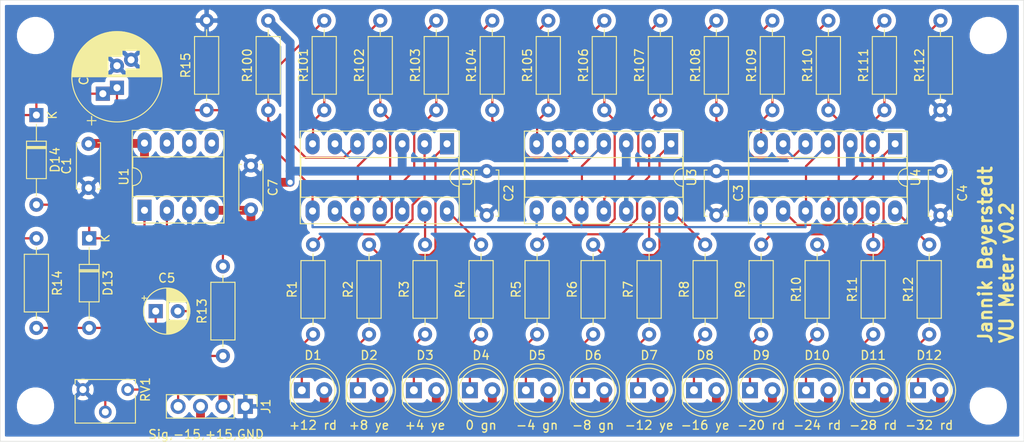
<source format=kicad_pcb>
(kicad_pcb (version 20171130) (host pcbnew "(5.1.10-1-10_14)")
  (title_block (title "VU Meter Module") (date 2020-12-06) (rev v0.2) (company "Jannik Beyerstedt") (comment 1 "Fixed Prototype"))
  (layers (0 F.Cu signal) (31 B.Cu signal) (34 B.Paste user) (35 F.Paste user) (36 B.SilkS user) (37 F.SilkS user) (38 B.Mask user) (39 F.Mask user) (44 Edge.Cuts user))
  (net 0 "")
  (net 1 +15V)
  (net 2 "Net-(C5-Pad2)")
  (net 3 "Net-(C5-Pad1)")
  (net 4 "Net-(C6-Pad1)")
  (net 5 "Net-(D1-Pad1)")
  (net 6 "Net-(D2-Pad1)")
  (net 7 "Net-(D3-Pad1)")
  (net 8 "Net-(D4-Pad1)")
  (net 9 "Net-(D5-Pad1)")
  (net 10 "Net-(D6-Pad1)")
  (net 11 "Net-(D7-Pad1)")
  (net 12 "Net-(D8-Pad1)")
  (net 13 "Net-(D9-Pad1)")
  (net 14 "Net-(D10-Pad1)")
  (net 15 "Net-(D11-Pad1)")
  (net 16 "Net-(D12-Pad1)")
  (net 17 "Net-(D13-Pad2)")
  (net 18 "Net-(D13-Pad1)")
  (net 19 "Net-(R1-Pad2)")
  (net 20 "Net-(R2-Pad2)")
  (net 21 "Net-(R3-Pad2)")
  (net 22 "Net-(R4-Pad2)")
  (net 23 "Net-(R5-Pad2)")
  (net 24 "Net-(R6-Pad2)")
  (net 25 "Net-(R7-Pad2)")
  (net 26 "Net-(R8-Pad2)")
  (net 27 "Net-(R9-Pad2)")
  (net 28 "Net-(R10-Pad2)")
  (net 29 "Net-(R11-Pad2)")
  (net 30 "Net-(R12-Pad2)")
  (net 31 "Net-(R100-Pad1)")
  (net 32 "Net-(R101-Pad1)")
  (net 33 "Net-(R102-Pad1)")
  (net 34 "Net-(R103-Pad1)")
  (net 35 "Net-(R104-Pad1)")
  (net 36 "Net-(R105-Pad1)")
  (net 37 "Net-(R106-Pad1)")
  (net 38 "Net-(R107-Pad1)")
  (net 39 "Net-(R108-Pad1)")
  (net 40 "Net-(R109-Pad1)")
  (net 41 "Net-(R110-Pad1)")
  (net 42 "Net-(R111-Pad1)")
  (net 43 Line_Input)
  (net 44 -15V)
  (net 45 GND)
  (module Potentiometer_THT:Potentiometer_Vishay_T73XX_Horizontal (layer F.Cu) (at 44.45 64.135 270)
    (fp_text reference RV1 (at 0 -2.01 90) (layer F.SilkS))
    (fp_text value 50K)
    (pad 1 thru_hole circle (at 0 0 270) (size 1.44 1.44) (drill 0.8) (layers *.Cu *.Mask) (net 43 Line_Input))
    (pad 2 thru_hole circle (at 2.54 2.54 270) (size 1.44 1.44) (drill 0.8) (layers *.Cu *.Mask) (net 3 "Net-(C5-Pad1)"))
    (pad 3 thru_hole circle (at 0 5.08 270) (size 1.44 1.44) (drill 0.8) (layers *.Cu *.Mask) (net 45 GND))
  )
  (module Connector_PinHeader_2.54mm:PinHeader_1x04_P2.54mm_Vertical (layer F.Cu) (at 57.785 66.04 270)
    (fp_text reference J1 (at 0 -2.33 90) (layer F.SilkS))
    (fp_text value Pwr_Signal)
    (pad 4 thru_hole oval (at 0 7.62 270) (size 1.7 1.7) (drill 1) (layers *.Cu *.Mask) (net 43 Line_Input))
    (pad 3 thru_hole oval (at 0 5.08 270) (size 1.7 1.7) (drill 1) (layers *.Cu *.Mask) (net 1 +15V))
    (pad 2 thru_hole oval (at 0 2.54 270) (size 1.7 1.7) (drill 1) (layers *.Cu *.Mask) (net 44 -15V))
    (pad 1 thru_hole rect (at 0 0 270) (size 1.7 1.7) (drill 1) (layers *.Cu *.Mask) (net 45 GND))
  )
  (module Capacitor_THT:C_Disc_D5.0mm_W2.5mm_P5.00mm (layer F.Cu) (at 58.42 38.735 270)
    (fp_text reference C7 (at 2.5 -2.5 90) (layer F.SilkS))
    (fp_text value 100nF)
    (pad 2 thru_hole circle (at 5 0 270) (size 1.6 1.6) (drill 0.8) (layers *.Cu *.Mask) (net 44 -15V))
    (pad 1 thru_hole circle (at 0 0 270) (size 1.6 1.6) (drill 0.8) (layers *.Cu *.Mask) (net 45 GND))
  )
  (module Capacitor_THT:C_Disc_D5.0mm_W2.5mm_P5.00mm (layer F.Cu) (at 136.58 39.37 270)
    (fp_text reference C4 (at 2.5 -2.5 90) (layer F.SilkS))
    (fp_text value 100nF)
    (pad 2 thru_hole circle (at 5 0 270) (size 1.6 1.6) (drill 0.8) (layers *.Cu *.Mask) (net 45 GND))
    (pad 1 thru_hole circle (at 0 0 270) (size 1.6 1.6) (drill 0.8) (layers *.Cu *.Mask) (net 1 +15V))
  )
  (module Capacitor_THT:C_Disc_D5.0mm_W2.5mm_P5.00mm (layer F.Cu) (at 111.18 39.37 270)
    (fp_text reference C3 (at 2.5 -2.5 90) (layer F.SilkS))
    (fp_text value 100nF)
    (pad 2 thru_hole circle (at 5 0 270) (size 1.6 1.6) (drill 0.8) (layers *.Cu *.Mask) (net 45 GND))
    (pad 1 thru_hole circle (at 0 0 270) (size 1.6 1.6) (drill 0.8) (layers *.Cu *.Mask) (net 1 +15V))
  )
  (module Capacitor_THT:C_Disc_D5.0mm_W2.5mm_P5.00mm (layer F.Cu) (at 85.145 39.37 270)
    (fp_text reference C2 (at 2.5 -2.5 90) (layer F.SilkS))
    (fp_text value 100nF)
    (pad 2 thru_hole circle (at 5 0 270) (size 1.6 1.6) (drill 0.8) (layers *.Cu *.Mask) (net 45 GND))
    (pad 1 thru_hole circle (at 0 0 270) (size 1.6 1.6) (drill 0.8) (layers *.Cu *.Mask) (net 1 +15V))
  )
  (module Capacitor_THT:C_Disc_D5.0mm_W2.5mm_P5.00mm (layer F.Cu) (at 40.005 41.275 90)
    (fp_text reference C1 (at 2.5 -2.5 90) (layer F.SilkS))
    (fp_text value 100nF)
    (pad 2 thru_hole circle (at 5 0 90) (size 1.6 1.6) (drill 0.8) (layers *.Cu *.Mask) (net 1 +15V))
    (pad 1 thru_hole circle (at 0 0 90) (size 1.6 1.6) (drill 0.8) (layers *.Cu *.Mask) (net 45 GND))
  )
  (module MountingHole:MountingHole_3.2mm_M3_ISO14580 (layer F.Cu) (at 34 24)
    (fp_text reference H4 hide)
    (fp_text value MountingHole hide)
    (pad 1 np_thru_hole circle (at 0 0) (size 3.2 3.2) (drill 3.2) (layers *.Cu *.Mask))
  )
  (module MountingHole:MountingHole_3.2mm_M3_ISO14580 (layer F.Cu) (at 142 24)
    (fp_text reference H3 hide)
    (fp_text value MountingHole hide)
    (pad 1 np_thru_hole circle (at 0 0) (size 3.2 3.2) (drill 3.2) (layers *.Cu *.Mask))
  )
  (module MountingHole:MountingHole_3.2mm_M3_ISO14580 (layer F.Cu) (at 142 66)
    (fp_text reference H2 hide)
    (fp_text value MountingHole hide)
    (pad 1 np_thru_hole circle (at 0 0) (size 3.2 3.2) (drill 3.2) (layers *.Cu *.Mask))
  )
  (module MountingHole:MountingHole_3.2mm_M3_ISO14580 (layer F.Cu) (at 34 66)
    (fp_text reference H1 hide)
    (fp_text value MountingHole hide)
    (pad 1 np_thru_hole circle (at 0 0) (size 3.2 3.2) (drill 3.2) (layers *.Cu *.Mask))
  )
  (module Capacitor_THT:CP_Radial_D10.0mm_P2.50mm_P5.00mm (layer F.Cu) (at 43.235 29.925 90)
    (fp_text reference C6 (at 1.25 -3.75 90) (layer F.SilkS))
    (fp_text value 47uF)
    (pad 2 thru_hole circle (at 3.170937 1.6 90) (size 1.6 1.6) (drill 0.8) (layers *.Cu *.Mask) (net 45 GND))
    (pad 1 thru_hole rect (at -0.670937 -1.6 90) (size 1.6 1.6) (drill 0.8) (layers *.Cu *.Mask) (net 4 "Net-(C6-Pad1)"))
    (pad 2 thru_hole circle (at 2.5 0 90) (size 1.6 1.6) (drill 0.8) (layers *.Cu *.Mask) (net 45 GND))
    (pad 1 thru_hole rect (at 0 0 90) (size 1.6 1.6) (drill 0.8) (layers *.Cu *.Mask) (net 4 "Net-(C6-Pad1)"))
  )
  (module Capacitor_THT:CP_Radial_D5.0mm_P2.50mm (layer F.Cu) (at 47.625 55.245)
    (fp_text reference C5 (at 1.25 -3.75) (layer F.SilkS))
    (fp_text value 1uF)
    (pad 2 thru_hole circle (at 2.5 0) (size 1.6 1.6) (drill 0.8) (layers *.Cu *.Mask) (net 2 "Net-(C5-Pad2)"))
    (pad 1 thru_hole rect (at 0 0) (size 1.6 1.6) (drill 0.8) (layers *.Cu *.Mask) (net 3 "Net-(C5-Pad1)"))
  )
  (module Package_DIP:DIP-14_W7.62mm_Socket_LongPads (layer F.Cu) (at 131.445 36.275 270)
    (fp_text reference U4 (at 3.81 -2.33 90) (layer F.SilkS))
    (fp_text value LM339)
    (pad 14 thru_hole oval (at 7.62 0 270) (size 2.4 1.6) (drill 0.8) (layers *.Cu *.Mask) (net 30 "Net-(R12-Pad2)"))
    (pad 7 thru_hole oval (at 0 15.24 270) (size 2.4 1.6) (drill 0.8) (layers *.Cu *.Mask) (net 40 "Net-(R109-Pad1)"))
    (pad 13 thru_hole oval (at 7.62 2.54 270) (size 2.4 1.6) (drill 0.8) (layers *.Cu *.Mask) (net 29 "Net-(R11-Pad2)"))
    (pad 6 thru_hole oval (at 0 12.7 270) (size 2.4 1.6) (drill 0.8) (layers *.Cu *.Mask) (net 4 "Net-(C6-Pad1)"))
    (pad 12 thru_hole oval (at 7.62 5.08 270) (size 2.4 1.6) (drill 0.8) (layers *.Cu *.Mask) (net 45 GND))
    (pad 5 thru_hole oval (at 0 10.16 270) (size 2.4 1.6) (drill 0.8) (layers *.Cu *.Mask) (net 39 "Net-(R108-Pad1)"))
    (pad 11 thru_hole oval (at 7.62 7.62 270) (size 2.4 1.6) (drill 0.8) (layers *.Cu *.Mask) (net 41 "Net-(R110-Pad1)"))
    (pad 4 thru_hole oval (at 0 7.62 270) (size 2.4 1.6) (drill 0.8) (layers *.Cu *.Mask) (net 4 "Net-(C6-Pad1)"))
    (pad 10 thru_hole oval (at 7.62 10.16 270) (size 2.4 1.6) (drill 0.8) (layers *.Cu *.Mask) (net 4 "Net-(C6-Pad1)"))
    (pad 3 thru_hole oval (at 0 5.08 270) (size 2.4 1.6) (drill 0.8) (layers *.Cu *.Mask) (net 1 +15V))
    (pad 9 thru_hole oval (at 7.62 12.7 270) (size 2.4 1.6) (drill 0.8) (layers *.Cu *.Mask) (net 42 "Net-(R111-Pad1)"))
    (pad 2 thru_hole oval (at 0 2.54 270) (size 2.4 1.6) (drill 0.8) (layers *.Cu *.Mask) (net 27 "Net-(R9-Pad2)"))
    (pad 8 thru_hole oval (at 7.62 15.24 270) (size 2.4 1.6) (drill 0.8) (layers *.Cu *.Mask) (net 4 "Net-(C6-Pad1)"))
    (pad 1 thru_hole rect (at 0 0 270) (size 2.4 1.6) (drill 0.8) (layers *.Cu *.Mask) (net 28 "Net-(R10-Pad2)"))
  )
  (module Package_DIP:DIP-14_W7.62mm_Socket_LongPads (layer F.Cu) (at 106.045 36.275 270)
    (fp_text reference U3 (at 3.81 -2.33 90) (layer F.SilkS))
    (fp_text value LM339)
    (pad 14 thru_hole oval (at 7.62 0 270) (size 2.4 1.6) (drill 0.8) (layers *.Cu *.Mask) (net 26 "Net-(R8-Pad2)"))
    (pad 7 thru_hole oval (at 0 15.24 270) (size 2.4 1.6) (drill 0.8) (layers *.Cu *.Mask) (net 36 "Net-(R105-Pad1)"))
    (pad 13 thru_hole oval (at 7.62 2.54 270) (size 2.4 1.6) (drill 0.8) (layers *.Cu *.Mask) (net 25 "Net-(R7-Pad2)"))
    (pad 6 thru_hole oval (at 0 12.7 270) (size 2.4 1.6) (drill 0.8) (layers *.Cu *.Mask) (net 4 "Net-(C6-Pad1)"))
    (pad 12 thru_hole oval (at 7.62 5.08 270) (size 2.4 1.6) (drill 0.8) (layers *.Cu *.Mask) (net 45 GND))
    (pad 5 thru_hole oval (at 0 10.16 270) (size 2.4 1.6) (drill 0.8) (layers *.Cu *.Mask) (net 35 "Net-(R104-Pad1)"))
    (pad 11 thru_hole oval (at 7.62 7.62 270) (size 2.4 1.6) (drill 0.8) (layers *.Cu *.Mask) (net 37 "Net-(R106-Pad1)"))
    (pad 4 thru_hole oval (at 0 7.62 270) (size 2.4 1.6) (drill 0.8) (layers *.Cu *.Mask) (net 4 "Net-(C6-Pad1)"))
    (pad 10 thru_hole oval (at 7.62 10.16 270) (size 2.4 1.6) (drill 0.8) (layers *.Cu *.Mask) (net 4 "Net-(C6-Pad1)"))
    (pad 3 thru_hole oval (at 0 5.08 270) (size 2.4 1.6) (drill 0.8) (layers *.Cu *.Mask) (net 1 +15V))
    (pad 9 thru_hole oval (at 7.62 12.7 270) (size 2.4 1.6) (drill 0.8) (layers *.Cu *.Mask) (net 38 "Net-(R107-Pad1)"))
    (pad 2 thru_hole oval (at 0 2.54 270) (size 2.4 1.6) (drill 0.8) (layers *.Cu *.Mask) (net 23 "Net-(R5-Pad2)"))
    (pad 8 thru_hole oval (at 7.62 15.24 270) (size 2.4 1.6) (drill 0.8) (layers *.Cu *.Mask) (net 4 "Net-(C6-Pad1)"))
    (pad 1 thru_hole rect (at 0 0 270) (size 2.4 1.6) (drill 0.8) (layers *.Cu *.Mask) (net 24 "Net-(R6-Pad2)"))
  )
  (module Package_DIP:DIP-14_W7.62mm_Socket_LongPads (layer F.Cu) (at 80.645 36.275 270)
    (fp_text reference U2 (at 3.81 -2.33 90) (layer F.SilkS))
    (fp_text value LM339)
    (pad 14 thru_hole oval (at 7.62 0 270) (size 2.4 1.6) (drill 0.8) (layers *.Cu *.Mask) (net 22 "Net-(R4-Pad2)"))
    (pad 7 thru_hole oval (at 0 15.24 270) (size 2.4 1.6) (drill 0.8) (layers *.Cu *.Mask) (net 32 "Net-(R101-Pad1)"))
    (pad 13 thru_hole oval (at 7.62 2.54 270) (size 2.4 1.6) (drill 0.8) (layers *.Cu *.Mask) (net 21 "Net-(R3-Pad2)"))
    (pad 6 thru_hole oval (at 0 12.7 270) (size 2.4 1.6) (drill 0.8) (layers *.Cu *.Mask) (net 4 "Net-(C6-Pad1)"))
    (pad 12 thru_hole oval (at 7.62 5.08 270) (size 2.4 1.6) (drill 0.8) (layers *.Cu *.Mask) (net 45 GND))
    (pad 5 thru_hole oval (at 0 10.16 270) (size 2.4 1.6) (drill 0.8) (layers *.Cu *.Mask) (net 31 "Net-(R100-Pad1)"))
    (pad 11 thru_hole oval (at 7.62 7.62 270) (size 2.4 1.6) (drill 0.8) (layers *.Cu *.Mask) (net 33 "Net-(R102-Pad1)"))
    (pad 4 thru_hole oval (at 0 7.62 270) (size 2.4 1.6) (drill 0.8) (layers *.Cu *.Mask) (net 4 "Net-(C6-Pad1)"))
    (pad 10 thru_hole oval (at 7.62 10.16 270) (size 2.4 1.6) (drill 0.8) (layers *.Cu *.Mask) (net 4 "Net-(C6-Pad1)"))
    (pad 3 thru_hole oval (at 0 5.08 270) (size 2.4 1.6) (drill 0.8) (layers *.Cu *.Mask) (net 1 +15V))
    (pad 9 thru_hole oval (at 7.62 12.7 270) (size 2.4 1.6) (drill 0.8) (layers *.Cu *.Mask) (net 34 "Net-(R103-Pad1)"))
    (pad 2 thru_hole oval (at 0 2.54 270) (size 2.4 1.6) (drill 0.8) (layers *.Cu *.Mask) (net 19 "Net-(R1-Pad2)"))
    (pad 8 thru_hole oval (at 7.62 15.24 270) (size 2.4 1.6) (drill 0.8) (layers *.Cu *.Mask) (net 4 "Net-(C6-Pad1)"))
    (pad 1 thru_hole rect (at 0 0 270) (size 2.4 1.6) (drill 0.8) (layers *.Cu *.Mask) (net 20 "Net-(R2-Pad2)"))
  )
  (module Package_DIP:DIP-8_W7.62mm_Socket_LongPads (layer F.Cu) (at 46.355 43.815 90)
    (fp_text reference U1 (at 3.81 -2.33 90) (layer F.SilkS))
    (fp_text value LM833N)
    (pad 8 thru_hole oval (at 7.62 0 90) (size 2.4 1.6) (drill 0.8) (layers *.Cu *.Mask) (net 1 +15V))
    (pad 4 thru_hole oval (at 0 7.62 90) (size 2.4 1.6) (drill 0.8) (layers *.Cu *.Mask) (net 44 -15V))
    (pad 7 thru_hole oval (at 7.62 2.54 90) (size 2.4 1.6) (drill 0.8) (layers *.Cu *.Mask))
    (pad 3 thru_hole oval (at 0 5.08 90) (size 2.4 1.6) (drill 0.8) (layers *.Cu *.Mask) (net 45 GND))
    (pad 6 thru_hole oval (at 7.62 5.08 90) (size 2.4 1.6) (drill 0.8) (layers *.Cu *.Mask))
    (pad 2 thru_hole oval (at 0 2.54 90) (size 2.4 1.6) (drill 0.8) (layers *.Cu *.Mask) (net 17 "Net-(D13-Pad2)"))
    (pad 5 thru_hole oval (at 7.62 7.62 90) (size 2.4 1.6) (drill 0.8) (layers *.Cu *.Mask))
    (pad 1 thru_hole rect (at 0 0 90) (size 2.4 1.6) (drill 0.8) (layers *.Cu *.Mask) (net 18 "Net-(D13-Pad1)"))
  )
  (module Resistor_THT:R_Axial_DIN0207_L6.3mm_D2.5mm_P10.16mm_Horizontal (layer F.Cu) (at 136.58 32.465 90)
    (fp_text reference R112 (at 5.08 -2.37 90) (layer F.SilkS))
    (fp_text value 68R)
    (pad 2 thru_hole oval (at 10.16 0 90) (size 1.6 1.6) (drill 0.8) (layers *.Cu *.Mask) (net 42 "Net-(R111-Pad1)"))
    (pad 1 thru_hole circle (at 0 0 90) (size 1.6 1.6) (drill 0.8) (layers *.Cu *.Mask) (net 45 GND))
  )
  (module Resistor_THT:R_Axial_DIN0207_L6.3mm_D2.5mm_P10.16mm_Horizontal (layer F.Cu) (at 130.23 32.465 90)
    (fp_text reference R111 (at 5.08 -2.37 90) (layer F.SilkS))
    (fp_text value 39R)
    (pad 2 thru_hole oval (at 10.16 0 90) (size 1.6 1.6) (drill 0.8) (layers *.Cu *.Mask) (net 41 "Net-(R110-Pad1)"))
    (pad 1 thru_hole circle (at 0 0 90) (size 1.6 1.6) (drill 0.8) (layers *.Cu *.Mask) (net 42 "Net-(R111-Pad1)"))
  )
  (module Resistor_THT:R_Axial_DIN0207_L6.3mm_D2.5mm_P10.16mm_Horizontal (layer F.Cu) (at 123.88 32.465 90)
    (fp_text reference R110 (at 5.08 -2.37 90) (layer F.SilkS))
    (fp_text value 68R)
    (pad 2 thru_hole oval (at 10.16 0 90) (size 1.6 1.6) (drill 0.8) (layers *.Cu *.Mask) (net 40 "Net-(R109-Pad1)"))
    (pad 1 thru_hole circle (at 0 0 90) (size 1.6 1.6) (drill 0.8) (layers *.Cu *.Mask) (net 41 "Net-(R110-Pad1)"))
  )
  (module Resistor_THT:R_Axial_DIN0207_L6.3mm_D2.5mm_P10.16mm_Horizontal (layer F.Cu) (at 117.53 32.465 90)
    (fp_text reference R109 (at 5.08 -2.37 90) (layer F.SilkS))
    (fp_text value 100R)
    (pad 2 thru_hole oval (at 10.16 0 90) (size 1.6 1.6) (drill 0.8) (layers *.Cu *.Mask) (net 39 "Net-(R108-Pad1)"))
    (pad 1 thru_hole circle (at 0 0 90) (size 1.6 1.6) (drill 0.8) (layers *.Cu *.Mask) (net 40 "Net-(R109-Pad1)"))
  )
  (module Resistor_THT:R_Axial_DIN0207_L6.3mm_D2.5mm_P10.16mm_Horizontal (layer F.Cu) (at 111.18 32.465 90)
    (fp_text reference R108 (at 5.08 -2.37 90) (layer F.SilkS))
    (fp_text value 150R)
    (pad 2 thru_hole oval (at 10.16 0 90) (size 1.6 1.6) (drill 0.8) (layers *.Cu *.Mask) (net 38 "Net-(R107-Pad1)"))
    (pad 1 thru_hole circle (at 0 0 90) (size 1.6 1.6) (drill 0.8) (layers *.Cu *.Mask) (net 39 "Net-(R108-Pad1)"))
  )
  (module Resistor_THT:R_Axial_DIN0207_L6.3mm_D2.5mm_P10.16mm_Horizontal (layer F.Cu) (at 104.83 32.465 90)
    (fp_text reference R107 (at 5.08 -2.37 90) (layer F.SilkS))
    (fp_text value 270R)
    (pad 2 thru_hole oval (at 10.16 0 90) (size 1.6 1.6) (drill 0.8) (layers *.Cu *.Mask) (net 37 "Net-(R106-Pad1)"))
    (pad 1 thru_hole circle (at 0 0 90) (size 1.6 1.6) (drill 0.8) (layers *.Cu *.Mask) (net 38 "Net-(R107-Pad1)"))
  )
  (module Resistor_THT:R_Axial_DIN0207_L6.3mm_D2.5mm_P10.16mm_Horizontal (layer F.Cu) (at 98.48 32.465 90)
    (fp_text reference R106 (at 5.08 -2.37 90) (layer F.SilkS))
    (fp_text value 390R)
    (pad 2 thru_hole oval (at 10.16 0 90) (size 1.6 1.6) (drill 0.8) (layers *.Cu *.Mask) (net 36 "Net-(R105-Pad1)"))
    (pad 1 thru_hole circle (at 0 0 90) (size 1.6 1.6) (drill 0.8) (layers *.Cu *.Mask) (net 37 "Net-(R106-Pad1)"))
  )
  (module Resistor_THT:R_Axial_DIN0207_L6.3mm_D2.5mm_P10.16mm_Horizontal (layer F.Cu) (at 92.13 32.465 90)
    (fp_text reference R105 (at 5.08 -2.37 90) (layer F.SilkS))
    (fp_text value 680R)
    (pad 2 thru_hole oval (at 10.16 0 90) (size 1.6 1.6) (drill 0.8) (layers *.Cu *.Mask) (net 35 "Net-(R104-Pad1)"))
    (pad 1 thru_hole circle (at 0 0 90) (size 1.6 1.6) (drill 0.8) (layers *.Cu *.Mask) (net 36 "Net-(R105-Pad1)"))
  )
  (module Resistor_THT:R_Axial_DIN0207_L6.3mm_D2.5mm_P10.16mm_Horizontal (layer F.Cu) (at 85.78 32.465 90)
    (fp_text reference R104 (at 5.08 -2.37 90) (layer F.SilkS))
    (fp_text value 1K)
    (pad 2 thru_hole oval (at 10.16 0 90) (size 1.6 1.6) (drill 0.8) (layers *.Cu *.Mask) (net 34 "Net-(R103-Pad1)"))
    (pad 1 thru_hole circle (at 0 0 90) (size 1.6 1.6) (drill 0.8) (layers *.Cu *.Mask) (net 35 "Net-(R104-Pad1)"))
  )
  (module Resistor_THT:R_Axial_DIN0207_L6.3mm_D2.5mm_P10.16mm_Horizontal (layer F.Cu) (at 79.43 32.465 90)
    (fp_text reference R103 (at 5.08 -2.37 90) (layer F.SilkS))
    (fp_text value 1.5K)
    (pad 2 thru_hole oval (at 10.16 0 90) (size 1.6 1.6) (drill 0.8) (layers *.Cu *.Mask) (net 33 "Net-(R102-Pad1)"))
    (pad 1 thru_hole circle (at 0 0 90) (size 1.6 1.6) (drill 0.8) (layers *.Cu *.Mask) (net 34 "Net-(R103-Pad1)"))
  )
  (module Resistor_THT:R_Axial_DIN0207_L6.3mm_D2.5mm_P10.16mm_Horizontal (layer F.Cu) (at 73.08 32.465 90)
    (fp_text reference R102 (at 5.08 -2.37 90) (layer F.SilkS))
    (fp_text value 2.7K)
    (pad 2 thru_hole oval (at 10.16 0 90) (size 1.6 1.6) (drill 0.8) (layers *.Cu *.Mask) (net 32 "Net-(R101-Pad1)"))
    (pad 1 thru_hole circle (at 0 0 90) (size 1.6 1.6) (drill 0.8) (layers *.Cu *.Mask) (net 33 "Net-(R102-Pad1)"))
  )
  (module Resistor_THT:R_Axial_DIN0207_L6.3mm_D2.5mm_P10.16mm_Horizontal (layer F.Cu) (at 66.73 32.465 90)
    (fp_text reference R101 (at 5.08 -2.37 90) (layer F.SilkS))
    (fp_text value 3.9K)
    (pad 2 thru_hole oval (at 10.16 0 90) (size 1.6 1.6) (drill 0.8) (layers *.Cu *.Mask) (net 31 "Net-(R100-Pad1)"))
    (pad 1 thru_hole circle (at 0 0 90) (size 1.6 1.6) (drill 0.8) (layers *.Cu *.Mask) (net 32 "Net-(R101-Pad1)"))
  )
  (module Resistor_THT:R_Axial_DIN0207_L6.3mm_D2.5mm_P10.16mm_Horizontal (layer F.Cu) (at 60.38 32.465 90)
    (fp_text reference R100 (at 5.08 -2.37 90) (layer F.SilkS))
    (fp_text value 2.7K)
    (pad 2 thru_hole oval (at 10.16 0 90) (size 1.6 1.6) (drill 0.8) (layers *.Cu *.Mask) (net 1 +15V))
    (pad 1 thru_hole circle (at 0 0 90) (size 1.6 1.6) (drill 0.8) (layers *.Cu *.Mask) (net 31 "Net-(R100-Pad1)"))
  )
  (module Resistor_THT:R_Axial_DIN0207_L6.3mm_D2.5mm_P10.16mm_Horizontal (layer F.Cu) (at 53.395 32.465 90)
    (fp_text reference R15 (at 5.08 -2.37 90) (layer F.SilkS))
    (fp_text value 100K)
    (pad 2 thru_hole oval (at 10.16 0 90) (size 1.6 1.6) (drill 0.8) (layers *.Cu *.Mask) (net 45 GND))
    (pad 1 thru_hole circle (at 0 0 90) (size 1.6 1.6) (drill 0.8) (layers *.Cu *.Mask) (net 4 "Net-(C6-Pad1)"))
  )
  (module Resistor_THT:R_Axial_DIN0207_L6.3mm_D2.5mm_P10.16mm_Horizontal (layer F.Cu) (at 34.1 46.99 270)
    (fp_text reference R14 (at 5.08 -2.37 90) (layer F.SilkS))
    (fp_text value 3.9K)
    (pad 2 thru_hole oval (at 10.16 0 270) (size 1.6 1.6) (drill 0.8) (layers *.Cu *.Mask) (net 17 "Net-(D13-Pad2)"))
    (pad 1 thru_hole circle (at 0 0 270) (size 1.6 1.6) (drill 0.8) (layers *.Cu *.Mask) (net 4 "Net-(C6-Pad1)"))
  )
  (module Resistor_THT:R_Axial_DIN0207_L6.3mm_D2.5mm_P10.16mm_Horizontal (layer F.Cu) (at 55.245 60.325 90)
    (fp_text reference R13 (at 5.08 -2.37 90) (layer F.SilkS))
    (fp_text value 1K)
    (pad 2 thru_hole oval (at 10.16 0 90) (size 1.6 1.6) (drill 0.8) (layers *.Cu *.Mask) (net 17 "Net-(D13-Pad2)"))
    (pad 1 thru_hole circle (at 0 0 90) (size 1.6 1.6) (drill 0.8) (layers *.Cu *.Mask) (net 2 "Net-(C5-Pad2)"))
  )
  (module Resistor_THT:R_Axial_DIN0207_L6.3mm_D2.5mm_P10.16mm_Horizontal (layer F.Cu) (at 135.31 57.865 90)
    (fp_text reference R12 (at 5.08 -2.37 90) (layer F.SilkS))
    (fp_text value 390R)
    (pad 2 thru_hole oval (at 10.16 0 90) (size 1.6 1.6) (drill 0.8) (layers *.Cu *.Mask) (net 30 "Net-(R12-Pad2)"))
    (pad 1 thru_hole circle (at 0 0 90) (size 1.6 1.6) (drill 0.8) (layers *.Cu *.Mask) (net 16 "Net-(D12-Pad1)"))
  )
  (module Resistor_THT:R_Axial_DIN0207_L6.3mm_D2.5mm_P10.16mm_Horizontal (layer F.Cu) (at 128.96 57.865 90)
    (fp_text reference R11 (at 5.08 -2.37 90) (layer F.SilkS))
    (fp_text value 390R)
    (pad 2 thru_hole oval (at 10.16 0 90) (size 1.6 1.6) (drill 0.8) (layers *.Cu *.Mask) (net 29 "Net-(R11-Pad2)"))
    (pad 1 thru_hole circle (at 0 0 90) (size 1.6 1.6) (drill 0.8) (layers *.Cu *.Mask) (net 15 "Net-(D11-Pad1)"))
  )
  (module Resistor_THT:R_Axial_DIN0207_L6.3mm_D2.5mm_P10.16mm_Horizontal (layer F.Cu) (at 122.61 57.865 90)
    (fp_text reference R10 (at 5.08 -2.37 90) (layer F.SilkS))
    (fp_text value 390R)
    (pad 2 thru_hole oval (at 10.16 0 90) (size 1.6 1.6) (drill 0.8) (layers *.Cu *.Mask) (net 28 "Net-(R10-Pad2)"))
    (pad 1 thru_hole circle (at 0 0 90) (size 1.6 1.6) (drill 0.8) (layers *.Cu *.Mask) (net 14 "Net-(D10-Pad1)"))
  )
  (module Resistor_THT:R_Axial_DIN0207_L6.3mm_D2.5mm_P10.16mm_Horizontal (layer F.Cu) (at 116.26 57.865 90)
    (fp_text reference R9 (at 5.08 -2.37 90) (layer F.SilkS))
    (fp_text value 390R)
    (pad 2 thru_hole oval (at 10.16 0 90) (size 1.6 1.6) (drill 0.8) (layers *.Cu *.Mask) (net 27 "Net-(R9-Pad2)"))
    (pad 1 thru_hole circle (at 0 0 90) (size 1.6 1.6) (drill 0.8) (layers *.Cu *.Mask) (net 13 "Net-(D9-Pad1)"))
  )
  (module Resistor_THT:R_Axial_DIN0207_L6.3mm_D2.5mm_P10.16mm_Horizontal (layer F.Cu) (at 109.91 57.865 90)
    (fp_text reference R8 (at 5.08 -2.37 90) (layer F.SilkS))
    (fp_text value 390R)
    (pad 2 thru_hole oval (at 10.16 0 90) (size 1.6 1.6) (drill 0.8) (layers *.Cu *.Mask) (net 26 "Net-(R8-Pad2)"))
    (pad 1 thru_hole circle (at 0 0 90) (size 1.6 1.6) (drill 0.8) (layers *.Cu *.Mask) (net 12 "Net-(D8-Pad1)"))
  )
  (module Resistor_THT:R_Axial_DIN0207_L6.3mm_D2.5mm_P10.16mm_Horizontal (layer F.Cu) (at 103.56 57.865 90)
    (fp_text reference R7 (at 5.08 -2.37 90) (layer F.SilkS))
    (fp_text value 390R)
    (pad 2 thru_hole oval (at 10.16 0 90) (size 1.6 1.6) (drill 0.8) (layers *.Cu *.Mask) (net 25 "Net-(R7-Pad2)"))
    (pad 1 thru_hole circle (at 0 0 90) (size 1.6 1.6) (drill 0.8) (layers *.Cu *.Mask) (net 11 "Net-(D7-Pad1)"))
  )
  (module Resistor_THT:R_Axial_DIN0207_L6.3mm_D2.5mm_P10.16mm_Horizontal (layer F.Cu) (at 97.21 57.865 90)
    (fp_text reference R6 (at 5.08 -2.37 90) (layer F.SilkS))
    (fp_text value 390R)
    (pad 2 thru_hole oval (at 10.16 0 90) (size 1.6 1.6) (drill 0.8) (layers *.Cu *.Mask) (net 24 "Net-(R6-Pad2)"))
    (pad 1 thru_hole circle (at 0 0 90) (size 1.6 1.6) (drill 0.8) (layers *.Cu *.Mask) (net 10 "Net-(D6-Pad1)"))
  )
  (module Resistor_THT:R_Axial_DIN0207_L6.3mm_D2.5mm_P10.16mm_Horizontal (layer F.Cu) (at 90.86 57.865 90)
    (fp_text reference R5 (at 5.08 -2.37 90) (layer F.SilkS))
    (fp_text value 390R)
    (pad 2 thru_hole oval (at 10.16 0 90) (size 1.6 1.6) (drill 0.8) (layers *.Cu *.Mask) (net 23 "Net-(R5-Pad2)"))
    (pad 1 thru_hole circle (at 0 0 90) (size 1.6 1.6) (drill 0.8) (layers *.Cu *.Mask) (net 9 "Net-(D5-Pad1)"))
  )
  (module Resistor_THT:R_Axial_DIN0207_L6.3mm_D2.5mm_P10.16mm_Horizontal (layer F.Cu) (at 84.51 57.865 90)
    (fp_text reference R4 (at 5.08 -2.37 90) (layer F.SilkS))
    (fp_text value 390R)
    (pad 2 thru_hole oval (at 10.16 0 90) (size 1.6 1.6) (drill 0.8) (layers *.Cu *.Mask) (net 22 "Net-(R4-Pad2)"))
    (pad 1 thru_hole circle (at 0 0 90) (size 1.6 1.6) (drill 0.8) (layers *.Cu *.Mask) (net 8 "Net-(D4-Pad1)"))
  )
  (module Resistor_THT:R_Axial_DIN0207_L6.3mm_D2.5mm_P10.16mm_Horizontal (layer F.Cu) (at 78.16 57.865 90)
    (fp_text reference R3 (at 5.08 -2.37 90) (layer F.SilkS))
    (fp_text value 390R)
    (pad 2 thru_hole oval (at 10.16 0 90) (size 1.6 1.6) (drill 0.8) (layers *.Cu *.Mask) (net 21 "Net-(R3-Pad2)"))
    (pad 1 thru_hole circle (at 0 0 90) (size 1.6 1.6) (drill 0.8) (layers *.Cu *.Mask) (net 7 "Net-(D3-Pad1)"))
  )
  (module Resistor_THT:R_Axial_DIN0207_L6.3mm_D2.5mm_P10.16mm_Horizontal (layer F.Cu) (at 71.81 57.865 90)
    (fp_text reference R2 (at 5.08 -2.37 90) (layer F.SilkS))
    (fp_text value 390R)
    (pad 2 thru_hole oval (at 10.16 0 90) (size 1.6 1.6) (drill 0.8) (layers *.Cu *.Mask) (net 20 "Net-(R2-Pad2)"))
    (pad 1 thru_hole circle (at 0 0 90) (size 1.6 1.6) (drill 0.8) (layers *.Cu *.Mask) (net 6 "Net-(D2-Pad1)"))
  )
  (module Resistor_THT:R_Axial_DIN0207_L6.3mm_D2.5mm_P10.16mm_Horizontal (layer F.Cu) (at 65.46 57.865 90)
    (fp_text reference R1 (at 5.08 -2.37 90) (layer F.SilkS))
    (fp_text value 390R)
    (pad 2 thru_hole oval (at 10.16 0 90) (size 1.6 1.6) (drill 0.8) (layers *.Cu *.Mask) (net 19 "Net-(R1-Pad2)"))
    (pad 1 thru_hole circle (at 0 0 90) (size 1.6 1.6) (drill 0.8) (layers *.Cu *.Mask) (net 5 "Net-(D1-Pad1)"))
  )
  (module Diode_THT:D_DO-35_SOD27_P10.16mm_Horizontal (layer F.Cu) (at 34.1 33.02 270)
    (fp_text reference D14 (at 5.08 -2.12 90) (layer F.SilkS))
    (fp_text value 1N4148)
    (fp_text user K (at 0 -1.8 90) (layer F.SilkS))
    (pad 2 thru_hole oval (at 10.16 0 270) (size 1.6 1.6) (drill 0.8) (layers *.Cu *.Mask) (net 18 "Net-(D13-Pad1)"))
    (pad 1 thru_hole rect (at 0 0 270) (size 1.6 1.6) (drill 0.8) (layers *.Cu *.Mask) (net 4 "Net-(C6-Pad1)"))
  )
  (module Diode_THT:D_DO-35_SOD27_P10.16mm_Horizontal (layer F.Cu) (at 40.085 46.99 270)
    (fp_text reference D13 (at 5.08 -2.12 90) (layer F.SilkS))
    (fp_text value 1N4148)
    (fp_text user K (at 0 -1.8 90) (layer F.SilkS))
    (pad 2 thru_hole oval (at 10.16 0 270) (size 1.6 1.6) (drill 0.8) (layers *.Cu *.Mask) (net 17 "Net-(D13-Pad2)"))
    (pad 1 thru_hole rect (at 0 0 270) (size 1.6 1.6) (drill 0.8) (layers *.Cu *.Mask) (net 18 "Net-(D13-Pad1)"))
  )
  (module LED_THT:LED_D5.0mm (layer F.Cu) (at 134.04 64.215)
    (fp_text reference D12 (at 1.27 -3.96) (layer F.SilkS))
    (fp_text value "-32 rd" (at 1.27 3.96) (layer F.SilkS))
    (pad 2 thru_hole circle (at 2.54 0) (size 1.8 1.8) (drill 0.9) (layers *.Cu *.Mask) (net 1 +15V))
    (pad 1 thru_hole rect (at 0 0) (size 1.8 1.8) (drill 0.9) (layers *.Cu *.Mask) (net 16 "Net-(D12-Pad1)"))
  )
  (module LED_THT:LED_D5.0mm (layer F.Cu) (at 127.69 64.215)
    (fp_text reference D11 (at 1.27 -3.96) (layer F.SilkS))
    (fp_text value "-28 rd" (at 1.27 3.96) (layer F.SilkS))
    (pad 2 thru_hole circle (at 2.54 0) (size 1.8 1.8) (drill 0.9) (layers *.Cu *.Mask) (net 1 +15V))
    (pad 1 thru_hole rect (at 0 0) (size 1.8 1.8) (drill 0.9) (layers *.Cu *.Mask) (net 15 "Net-(D11-Pad1)"))
  )
  (module LED_THT:LED_D5.0mm (layer F.Cu) (at 121.34 64.215)
    (fp_text reference D10 (at 1.27 -3.96) (layer F.SilkS))
    (fp_text value "-24 rd" (at 1.27 3.96) (layer F.SilkS))
    (pad 2 thru_hole circle (at 2.54 0) (size 1.8 1.8) (drill 0.9) (layers *.Cu *.Mask) (net 1 +15V))
    (pad 1 thru_hole rect (at 0 0) (size 1.8 1.8) (drill 0.9) (layers *.Cu *.Mask) (net 14 "Net-(D10-Pad1)"))
  )
  (module LED_THT:LED_D5.0mm (layer F.Cu) (at 114.99 64.215)
    (fp_text reference D9 (at 1.27 -3.96) (layer F.SilkS))
    (fp_text value "-20 rd" (at 1.27 3.96) (layer F.SilkS))
    (pad 2 thru_hole circle (at 2.54 0) (size 1.8 1.8) (drill 0.9) (layers *.Cu *.Mask) (net 1 +15V))
    (pad 1 thru_hole rect (at 0 0) (size 1.8 1.8) (drill 0.9) (layers *.Cu *.Mask) (net 13 "Net-(D9-Pad1)"))
  )
  (module LED_THT:LED_D5.0mm (layer F.Cu) (at 108.64 64.215)
    (fp_text reference D8 (at 1.27 -3.96) (layer F.SilkS))
    (fp_text value "-16 ye" (at 1.27 3.96) (layer F.SilkS))
    (pad 2 thru_hole circle (at 2.54 0) (size 1.8 1.8) (drill 0.9) (layers *.Cu *.Mask) (net 1 +15V))
    (pad 1 thru_hole rect (at 0 0) (size 1.8 1.8) (drill 0.9) (layers *.Cu *.Mask) (net 12 "Net-(D8-Pad1)"))
  )
  (module LED_THT:LED_D5.0mm (layer F.Cu) (at 102.29 64.215)
    (fp_text reference D7 (at 1.27 -3.96) (layer F.SilkS))
    (fp_text value "-12 ye" (at 1.27 3.96) (layer F.SilkS))
    (pad 2 thru_hole circle (at 2.54 0) (size 1.8 1.8) (drill 0.9) (layers *.Cu *.Mask) (net 1 +15V))
    (pad 1 thru_hole rect (at 0 0) (size 1.8 1.8) (drill 0.9) (layers *.Cu *.Mask) (net 11 "Net-(D7-Pad1)"))
  )
  (module LED_THT:LED_D5.0mm (layer F.Cu) (at 95.94 64.215)
    (fp_text reference D6 (at 1.27 -3.96) (layer F.SilkS))
    (fp_text value "-8 gn" (at 1.27 3.96) (layer F.SilkS))
    (pad 2 thru_hole circle (at 2.54 0) (size 1.8 1.8) (drill 0.9) (layers *.Cu *.Mask) (net 1 +15V))
    (pad 1 thru_hole rect (at 0 0) (size 1.8 1.8) (drill 0.9) (layers *.Cu *.Mask) (net 10 "Net-(D6-Pad1)"))
  )
  (module LED_THT:LED_D5.0mm (layer F.Cu) (at 89.59 64.215)
    (fp_text reference D5 (at 1.27 -3.96) (layer F.SilkS))
    (fp_text value "-4 gn" (at 1.27 3.96) (layer F.SilkS))
    (pad 2 thru_hole circle (at 2.54 0) (size 1.8 1.8) (drill 0.9) (layers *.Cu *.Mask) (net 1 +15V))
    (pad 1 thru_hole rect (at 0 0) (size 1.8 1.8) (drill 0.9) (layers *.Cu *.Mask) (net 9 "Net-(D5-Pad1)"))
  )
  (module LED_THT:LED_D5.0mm (layer F.Cu) (at 83.24 64.215)
    (fp_text reference D4 (at 1.27 -3.96) (layer F.SilkS))
    (fp_text value "0 gn" (at 1.27 3.96) (layer F.SilkS))
    (pad 2 thru_hole circle (at 2.54 0) (size 1.8 1.8) (drill 0.9) (layers *.Cu *.Mask) (net 1 +15V))
    (pad 1 thru_hole rect (at 0 0) (size 1.8 1.8) (drill 0.9) (layers *.Cu *.Mask) (net 8 "Net-(D4-Pad1)"))
  )
  (module LED_THT:LED_D5.0mm (layer F.Cu) (at 76.89 64.215)
    (fp_text reference D3 (at 1.27 -3.96) (layer F.SilkS))
    (fp_text value "+4 ye" (at 1.27 3.96) (layer F.SilkS))
    (pad 2 thru_hole circle (at 2.54 0) (size 1.8 1.8) (drill 0.9) (layers *.Cu *.Mask) (net 1 +15V))
    (pad 1 thru_hole rect (at 0 0) (size 1.8 1.8) (drill 0.9) (layers *.Cu *.Mask) (net 7 "Net-(D3-Pad1)"))
  )
  (module LED_THT:LED_D5.0mm (layer F.Cu) (at 70.54 64.215)
    (fp_text reference D2 (at 1.27 -3.96) (layer F.SilkS))
    (fp_text value "+8 ye" (at 1.27 3.96) (layer F.SilkS))
    (pad 2 thru_hole circle (at 2.54 0) (size 1.8 1.8) (drill 0.9) (layers *.Cu *.Mask) (net 1 +15V))
    (pad 1 thru_hole rect (at 0 0) (size 1.8 1.8) (drill 0.9) (layers *.Cu *.Mask) (net 6 "Net-(D2-Pad1)"))
  )
  (module LED_THT:LED_D5.0mm (layer F.Cu) (at 64.19 64.215)
    (fp_text reference D1 (at 1.27 -3.96) (layer F.SilkS))
    (fp_text value "+12 rd" (at 1.27 3.96) (layer F.SilkS))
    (pad 2 thru_hole circle (at 2.54 0) (size 1.8 1.8) (drill 0.9) (layers *.Cu *.Mask) (net 1 +15V))
    (pad 1 thru_hole rect (at 0 0) (size 1.8 1.8) (drill 0.9) (layers *.Cu *.Mask) (net 5 "Net-(D1-Pad1)"))
  )
  (gr_text Sig,-15,+15,GND (at 53.34 69.215) (layer F.SilkS) (effects (font (size 1 1))))
  (gr_text "Jannik Beyerstedt\nVU Meter v0.2" (at 142.875 59.055 90) (layer F.SilkS) (effects (font (size 1.5 1.5) (thickness 0.3)) (justify left)))
  (gr_line (start 146 20) (end 30 20) (layer Edge.Cuts) (width 0.05))
  (gr_line (start 146.05 70) (end 146 20) (layer Edge.Cuts) (width 0.05))
  (gr_line (start 30 20) (end 30 70) (layer Edge.Cuts) (width 0.05))
  (gr_line (start 146.05 70) (end 30 70) (layer Edge.Cuts) (width 0.05))
  (segment (start 136.58 66.755) (end 136.58 64.215) (width 1) (layer F.Cu) (net 1))
  (segment (start 130.23 66.755) (end 136.58 66.755) (width 1) (layer F.Cu) (net 1))
  (segment (start 130.23 64.215) (end 130.23 66.755) (width 1) (layer F.Cu) (net 1))
  (segment (start 123.88 64.215) (end 123.88 66.755) (width 1) (layer F.Cu) (net 1))
  (segment (start 123.88 66.755) (end 130.23 66.755) (width 1) (layer F.Cu) (net 1))
  (segment (start 117.53 64.215) (end 117.53 66.755) (width 1) (layer F.Cu) (net 1))
  (segment (start 117.53 66.755) (end 123.88 66.755) (width 1) (layer F.Cu) (net 1))
  (segment (start 111.18 64.215) (end 111.18 66.755) (width 1) (layer F.Cu) (net 1))
  (segment (start 111.18 66.755) (end 117.53 66.755) (width 1) (layer F.Cu) (net 1))
  (segment (start 104.83 66.755) (end 111.18 66.755) (width 1) (layer F.Cu) (net 1))
  (segment (start 104.83 64.215) (end 104.83 66.755) (width 1) (layer F.Cu) (net 1))
  (segment (start 98.48 64.215) (end 98.48 66.755) (width 1) (layer F.Cu) (net 1))
  (segment (start 98.48 66.755) (end 104.83 66.755) (width 1) (layer F.Cu) (net 1))
  (segment (start 92.13 64.215) (end 92.13 66.755) (width 1) (layer F.Cu) (net 1))
  (segment (start 92.13 66.755) (end 98.48 66.755) (width 1) (layer F.Cu) (net 1))
  (segment (start 85.78 64.215) (end 85.78 66.12) (width 1) (layer F.Cu) (net 1))
  (segment (start 85.78 66.12) (end 85.78 66.755) (width 1) (layer F.Cu) (net 1))
  (segment (start 85.78 66.755) (end 92.13 66.755) (width 1) (layer F.Cu) (net 1))
  (segment (start 79.43 64.215) (end 79.43 66.755) (width 1) (layer F.Cu) (net 1))
  (segment (start 79.43 66.755) (end 85.78 66.755) (width 1) (layer F.Cu) (net 1))
  (segment (start 73.08 64.215) (end 73.08 66.755) (width 1) (layer F.Cu) (net 1))
  (segment (start 73.08 66.755) (end 79.43 66.755) (width 1) (layer F.Cu) (net 1))
  (segment (start 66.73 64.215) (end 66.73 66.755) (width 1) (layer F.Cu) (net 1))
  (segment (start 66.73 66.755) (end 73.08 66.755) (width 1) (layer F.Cu) (net 1))
  (segment (start 46.315 36.235) (end 46.355 36.195) (width 1) (layer F.Cu) (net 1))
  (segment (start 40.005 36.235) (end 46.315 36.235) (width 1) (layer F.Cu) (net 1))
  (segment (start 46.355 40.005) (end 46.99 40.64) (width 1) (layer F.Cu) (net 1))
  (segment (start 46.99 40.64) (end 60.96 40.64) (width 1) (layer F.Cu) (net 1))
  (segment (start 46.355 36.195) (end 46.355 40.005) (width 1) (layer F.Cu) (net 1))
  (segment (start 75.565 36.33) (end 75.62 36.275) (width 1) (layer B.Cu) (net 1))
  (segment (start 62.865 24.79) (end 62.865 39.37) (width 1) (layer B.Cu) (net 1))
  (segment (start 60.38 22.305) (end 62.865 24.79) (width 1) (layer B.Cu) (net 1))
  (segment (start 126.365 39.37) (end 111.18 39.37) (width 1) (layer B.Cu) (net 1))
  (segment (start 126.365 36.275) (end 126.365 39.37) (width 1) (layer B.Cu) (net 1))
  (segment (start 136.58 39.37) (end 126.365 39.37) (width 1) (layer B.Cu) (net 1))
  (segment (start 100.965 36.275) (end 100.965 39.37) (width 1) (layer B.Cu) (net 1))
  (segment (start 100.965 39.37) (end 111.18 39.37) (width 1) (layer B.Cu) (net 1))
  (segment (start 85.145 39.37) (end 100.965 39.37) (width 1) (layer B.Cu) (net 1))
  (segment (start 85.145 39.37) (end 75.565 39.37) (width 1) (layer B.Cu) (net 1))
  (segment (start 75.565 39.37) (end 75.565 36.275) (width 1) (layer B.Cu) (net 1))
  (segment (start 75.565 39.37) (end 62.865 39.37) (width 1) (layer B.Cu) (net 1))
  (segment (start 60.96 40.64) (end 60.96 66.04) (width 1) (layer F.Cu) (net 1))
  (segment (start 66.73 66.755) (end 61.04 66.755) (width 1) (layer F.Cu) (net 1))
  (segment (start 60.96 66.675) (end 60.96 66.04) (width 1) (layer F.Cu) (net 1))
  (segment (start 61.04 66.755) (end 60.96 66.675) (width 1) (layer F.Cu) (net 1))
  (segment (start 60.96 40.64) (end 62.865 40.64) (width 1) (layer F.Cu) (net 1))
  (segment (start 62.865 40.64) (end 62.865 40.64) (width 1) (layer F.Cu) (net 1))
  (via (at 62.865 40.64) (size 0.8) (drill 0.6) (layers F.Cu B.Cu) (net 1))
  (segment (start 62.865 39.37) (end 62.865 40.64) (width 1) (layer B.Cu) (net 1))
  (segment (start 61.04 66.755) (end 61.04 68.5) (width 1) (layer F.Cu) (net 1))
  (segment (start 61.04 68.5) (end 60.96 68.58) (width 1) (layer F.Cu) (net 1))
  (segment (start 60.96 68.58) (end 52.705 68.58) (width 1) (layer F.Cu) (net 1))
  (segment (start 52.705 68.58) (end 52.705 66.04) (width 1) (layer F.Cu) (net 1))
  (segment (start 50.125 55.245) (end 52.07 55.245) (width 0.25) (layer F.Cu) (net 2))
  (segment (start 52.07 55.245) (end 52.705 55.88) (width 0.25) (layer F.Cu) (net 2))
  (segment (start 52.705 55.88) (end 52.705 59.69) (width 0.25) (layer F.Cu) (net 2))
  (segment (start 52.705 59.69) (end 53.34 60.325) (width 0.25) (layer F.Cu) (net 2))
  (segment (start 53.34 60.325) (end 55.245 60.325) (width 0.25) (layer F.Cu) (net 2))
  (segment (start 41.91 66.675) (end 41.91 62.23) (width 0.25) (layer F.Cu) (net 3))
  (segment (start 41.91 62.23) (end 42.545 61.595) (width 0.25) (layer F.Cu) (net 3))
  (segment (start 42.545 61.595) (end 46.99 61.595) (width 0.25) (layer F.Cu) (net 3))
  (segment (start 46.99 61.595) (end 47.625 60.96) (width 0.25) (layer F.Cu) (net 3))
  (segment (start 47.625 60.96) (end 47.625 55.245) (width 0.25) (layer F.Cu) (net 3))
  (segment (start 70.54 38.815) (end 73.08 36.275) (width 0.25) (layer F.Cu) (net 4))
  (segment (start 70.54 43.895) (end 70.54 38.815) (width 0.25) (layer F.Cu) (net 4))
  (segment (start 53.395 32.465) (end 43.26 32.465) (width 0.25) (layer F.Cu) (net 4))
  (segment (start 43.235 32.44) (end 43.235 29.925) (width 0.25) (layer F.Cu) (net 4))
  (segment (start 43.26 32.465) (end 43.235 32.44) (width 0.25) (layer F.Cu) (net 4))
  (segment (start 71.50499 37.85001) (end 73.08 36.275) (width 0.25) (layer B.Cu) (net 4))
  (segment (start 69.57501 37.85001) (end 71.50499 37.85001) (width 0.25) (layer B.Cu) (net 4))
  (segment (start 68 36.275) (end 69.57501 37.85001) (width 0.25) (layer B.Cu) (net 4))
  (segment (start 96.90499 37.85001) (end 98.48 36.275) (width 0.25) (layer B.Cu) (net 4))
  (segment (start 94.97501 37.85001) (end 96.90499 37.85001) (width 0.25) (layer B.Cu) (net 4))
  (segment (start 93.4 36.275) (end 94.97501 37.85001) (width 0.25) (layer B.Cu) (net 4))
  (segment (start 95.94 38.815) (end 98.48 36.275) (width 0.25) (layer F.Cu) (net 4))
  (segment (start 95.94 43.895) (end 95.94 38.815) (width 0.25) (layer F.Cu) (net 4))
  (segment (start 121.34 38.815) (end 123.88 36.275) (width 0.25) (layer F.Cu) (net 4))
  (segment (start 121.34 43.895) (end 121.34 38.815) (width 0.25) (layer F.Cu) (net 4))
  (segment (start 118.8 36.275) (end 118.8 36.675) (width 0.25) (layer B.Cu) (net 4))
  (segment (start 42.564063 30.595937) (end 43.235 29.925) (width 0.25) (layer F.Cu) (net 4))
  (segment (start 41.635 30.595937) (end 42.564063 30.595937) (width 0.25) (layer F.Cu) (net 4))
  (segment (start 53.395 32.465) (end 56.595 32.465) (width 0.25) (layer F.Cu) (net 4))
  (segment (start 65.405 41.275) (end 65.405 43.895) (width 0.25) (layer F.Cu) (net 4))
  (segment (start 56.595 32.465) (end 65.405 41.275) (width 0.25) (layer F.Cu) (net 4))
  (segment (start 34.1 46.99) (end 32.385 46.99) (width 0.25) (layer F.Cu) (net 4))
  (segment (start 32.385 46.99) (end 31.115 45.72) (width 0.25) (layer F.Cu) (net 4))
  (segment (start 31.115 45.72) (end 31.115 34.29) (width 0.25) (layer F.Cu) (net 4))
  (segment (start 31.115 34.29) (end 32.385 33.02) (width 0.25) (layer F.Cu) (net 4))
  (segment (start 32.385 33.02) (end 34.1 33.02) (width 0.25) (layer F.Cu) (net 4))
  (segment (start 34.1 33.02) (end 34.1 31.305) (width 0.25) (layer F.Cu) (net 4))
  (segment (start 34.809063 30.595937) (end 41.635 30.595937) (width 0.25) (layer F.Cu) (net 4))
  (segment (start 34.1 31.305) (end 34.809063 30.595937) (width 0.25) (layer F.Cu) (net 4))
  (segment (start 95.885 43.895) (end 95.885 44.45) (width 0.25) (layer B.Cu) (net 4))
  (segment (start 116.205 45.72) (end 116.205 43.895) (width 0.25) (layer B.Cu) (net 4))
  (segment (start 116.205 45.72) (end 121.285 45.72) (width 0.25) (layer B.Cu) (net 4))
  (segment (start 121.285 45.72) (end 121.285 43.895) (width 0.25) (layer B.Cu) (net 4))
  (segment (start 122.26501 37.88999) (end 123.88 36.275) (width 0.25) (layer B.Cu) (net 4))
  (segment (start 120.01499 37.88999) (end 122.26501 37.88999) (width 0.25) (layer B.Cu) (net 4))
  (segment (start 118.8 36.675) (end 120.01499 37.88999) (width 0.25) (layer B.Cu) (net 4))
  (segment (start 116.205 45.72) (end 95.885 45.72) (width 0.25) (layer B.Cu) (net 4))
  (segment (start 95.885 45.72) (end 95.885 43.895) (width 0.25) (layer B.Cu) (net 4))
  (segment (start 95.885 45.72) (end 90.805 45.72) (width 0.25) (layer B.Cu) (net 4))
  (segment (start 90.805 45.72) (end 90.805 43.895) (width 0.25) (layer B.Cu) (net 4))
  (segment (start 90.805 45.72) (end 70.485 45.72) (width 0.25) (layer B.Cu) (net 4))
  (segment (start 70.485 45.72) (end 70.485 43.895) (width 0.25) (layer B.Cu) (net 4))
  (segment (start 70.485 45.72) (end 65.405 45.72) (width 0.25) (layer B.Cu) (net 4))
  (segment (start 65.405 45.72) (end 65.405 43.895) (width 0.25) (layer B.Cu) (net 4))
  (segment (start 64.19 59.135) (end 65.46 57.865) (width 0.25) (layer F.Cu) (net 5))
  (segment (start 64.19 64.215) (end 64.19 59.135) (width 0.25) (layer F.Cu) (net 5))
  (segment (start 70.54 59.135) (end 71.81 57.865) (width 0.25) (layer F.Cu) (net 6))
  (segment (start 70.54 64.215) (end 70.54 59.135) (width 0.25) (layer F.Cu) (net 6))
  (segment (start 76.89 59.135) (end 78.16 57.865) (width 0.25) (layer F.Cu) (net 7))
  (segment (start 76.89 64.215) (end 76.89 59.135) (width 0.25) (layer F.Cu) (net 7))
  (segment (start 83.24 59.135) (end 84.51 57.865) (width 0.25) (layer F.Cu) (net 8))
  (segment (start 83.24 64.215) (end 83.24 59.135) (width 0.25) (layer F.Cu) (net 8))
  (segment (start 89.59 59.135) (end 90.86 57.865) (width 0.25) (layer F.Cu) (net 9))
  (segment (start 89.59 64.215) (end 89.59 59.135) (width 0.25) (layer F.Cu) (net 9))
  (segment (start 95.94 59.135) (end 97.21 57.865) (width 0.25) (layer F.Cu) (net 10))
  (segment (start 95.94 64.215) (end 95.94 59.135) (width 0.25) (layer F.Cu) (net 10))
  (segment (start 102.29 59.135) (end 103.56 57.865) (width 0.25) (layer F.Cu) (net 11))
  (segment (start 102.29 64.215) (end 102.29 59.135) (width 0.25) (layer F.Cu) (net 11))
  (segment (start 108.64 59.135) (end 109.91 57.865) (width 0.25) (layer F.Cu) (net 12))
  (segment (start 108.64 64.215) (end 108.64 59.135) (width 0.25) (layer F.Cu) (net 12))
  (segment (start 114.99 59.135) (end 116.26 57.865) (width 0.25) (layer F.Cu) (net 13))
  (segment (start 114.99 64.215) (end 114.99 59.135) (width 0.25) (layer F.Cu) (net 13))
  (segment (start 121.34 59.135) (end 122.61 57.865) (width 0.25) (layer F.Cu) (net 14))
  (segment (start 121.34 64.215) (end 121.34 59.135) (width 0.25) (layer F.Cu) (net 14))
  (segment (start 127.69 59.135) (end 128.96 57.865) (width 0.25) (layer F.Cu) (net 15))
  (segment (start 127.69 64.215) (end 127.69 59.135) (width 0.25) (layer F.Cu) (net 15))
  (segment (start 134.04 59.135) (end 135.31 57.865) (width 0.25) (layer F.Cu) (net 16))
  (segment (start 134.04 64.215) (end 134.04 59.135) (width 0.25) (layer F.Cu) (net 16))
  (segment (start 48.895 43.815) (end 48.895 46.99) (width 0.25) (layer F.Cu) (net 17))
  (segment (start 55.245 50.165) (end 55.245 47.625) (width 0.25) (layer F.Cu) (net 17))
  (segment (start 55.245 47.625) (end 54.61 46.99) (width 0.25) (layer F.Cu) (net 17))
  (segment (start 54.61 46.99) (end 48.895 46.99) (width 0.25) (layer F.Cu) (net 17))
  (segment (start 34.1 57.15) (end 40.085 57.15) (width 0.25) (layer F.Cu) (net 17))
  (segment (start 48.895 46.99) (end 48.895 48.26) (width 0.25) (layer F.Cu) (net 17))
  (segment (start 48.895 48.26) (end 48.26 48.895) (width 0.25) (layer F.Cu) (net 17))
  (segment (start 40.085 57.15) (end 41.91 57.15) (width 0.25) (layer F.Cu) (net 17))
  (segment (start 41.91 57.15) (end 43.18 55.88) (width 0.25) (layer F.Cu) (net 17))
  (segment (start 43.18 55.88) (end 43.18 49.53) (width 0.25) (layer F.Cu) (net 17))
  (segment (start 43.18 49.53) (end 43.815 48.895) (width 0.25) (layer F.Cu) (net 17))
  (segment (start 43.815 48.895) (end 48.26 48.895) (width 0.25) (layer F.Cu) (net 17))
  (segment (start 46.355 43.815) (end 46.355 46.91788) (width 0.25) (layer F.Cu) (net 18))
  (segment (start 46.28288 46.99) (end 40.085 46.99) (width 0.25) (layer F.Cu) (net 18))
  (segment (start 46.355 46.91788) (end 46.28288 46.99) (width 0.25) (layer F.Cu) (net 18))
  (segment (start 40.085 46.99) (end 40.085 44.53) (width 0.25) (layer F.Cu) (net 18))
  (segment (start 40.085 44.53) (end 38.735 43.18) (width 0.25) (layer F.Cu) (net 18))
  (segment (start 38.735 43.18) (end 34.1 43.18) (width 0.25) (layer F.Cu) (net 18))
  (segment (start 66.635001 46.529999) (end 75.046716 46.529999) (width 0.25) (layer F.Cu) (net 19))
  (segment (start 65.46 47.705) (end 66.635001 46.529999) (width 0.25) (layer F.Cu) (net 19))
  (segment (start 76.74001 44.836705) (end 75.046716 46.529999) (width 0.25) (layer F.Cu) (net 19))
  (segment (start 76.74001 43.198275) (end 76.74001 44.836705) (width 0.25) (layer F.Cu) (net 19))
  (segment (start 78.105 41.833285) (end 76.74001 43.198275) (width 0.25) (layer F.Cu) (net 19))
  (segment (start 78.105 36.275) (end 78.105 41.833285) (width 0.25) (layer F.Cu) (net 19))
  (segment (start 72.985001 48.880001) (end 78.700001 48.880001) (width 0.25) (layer F.Cu) (net 20))
  (segment (start 71.81 47.705) (end 72.985001 48.880001) (width 0.25) (layer F.Cu) (net 20))
  (segment (start 79.33501 48.244992) (end 78.700001 48.880001) (width 0.25) (layer F.Cu) (net 20))
  (segment (start 79.33501 37.63999) (end 79.33501 48.244992) (width 0.25) (layer F.Cu) (net 20))
  (segment (start 80.7 36.275) (end 79.33501 37.63999) (width 0.25) (layer F.Cu) (net 20))
  (segment (start 78.16 47.705) (end 78.16 43.895) (width 0.25) (layer F.Cu) (net 21))
  (segment (start 84.51 47.705) (end 80.7 43.895) (width 0.25) (layer F.Cu) (net 22))
  (segment (start 103.56 40.000405) (end 103.56 36.275) (width 0.25) (layer F.Cu) (net 23))
  (segment (start 102.19501 41.365395) (end 103.56 40.000405) (width 0.25) (layer F.Cu) (net 23))
  (segment (start 102.19501 44.781705) (end 102.19501 41.365395) (width 0.25) (layer F.Cu) (net 23))
  (segment (start 100.446716 46.529999) (end 102.19501 44.781705) (width 0.25) (layer F.Cu) (net 23))
  (segment (start 92.035001 46.529999) (end 100.446716 46.529999) (width 0.25) (layer F.Cu) (net 23))
  (segment (start 90.86 47.705) (end 92.035001 46.529999) (width 0.25) (layer F.Cu) (net 23))
  (segment (start 98.385001 48.880001) (end 104.124001 48.880001) (width 0.25) (layer F.Cu) (net 24))
  (segment (start 97.21 47.705) (end 98.385001 48.880001) (width 0.25) (layer F.Cu) (net 24))
  (segment (start 104.735001 37.584999) (end 106.045 36.275) (width 0.25) (layer F.Cu) (net 24))
  (segment (start 104.735001 48.269001) (end 104.735001 37.584999) (width 0.25) (layer F.Cu) (net 24))
  (segment (start 104.124001 48.880001) (end 104.735001 48.269001) (width 0.25) (layer F.Cu) (net 24))
  (segment (start 103.56 47.705) (end 103.56 43.895) (width 0.25) (layer F.Cu) (net 25))
  (segment (start 109.91 47.705) (end 106.1 43.895) (width 0.25) (layer F.Cu) (net 26))
  (segment (start 117.435001 46.529999) (end 125.846716 46.529999) (width 0.25) (layer F.Cu) (net 27))
  (segment (start 116.26 47.705) (end 117.435001 46.529999) (width 0.25) (layer F.Cu) (net 27))
  (segment (start 127.72999 44.646725) (end 127.72999 41.230415) (width 0.25) (layer F.Cu) (net 27))
  (segment (start 128.905 40.055405) (end 128.905 36.275) (width 0.25) (layer F.Cu) (net 27))
  (segment (start 127.72999 41.230415) (end 128.905 40.055405) (width 0.25) (layer F.Cu) (net 27))
  (segment (start 125.846716 46.529999) (end 127.72999 44.646725) (width 0.25) (layer F.Cu) (net 27))
  (segment (start 123.785001 48.880001) (end 129.524001 48.880001) (width 0.25) (layer F.Cu) (net 28))
  (segment (start 122.61 47.705) (end 123.785001 48.880001) (width 0.25) (layer F.Cu) (net 28))
  (segment (start 130.135001 37.584999) (end 131.445 36.275) (width 0.25) (layer F.Cu) (net 28))
  (segment (start 130.135001 48.269001) (end 130.135001 37.584999) (width 0.25) (layer F.Cu) (net 28))
  (segment (start 129.524001 48.880001) (end 130.135001 48.269001) (width 0.25) (layer F.Cu) (net 28))
  (segment (start 128.96 47.705) (end 128.96 43.895) (width 0.25) (layer F.Cu) (net 29))
  (segment (start 135.31 47.705) (end 131.5 43.895) (width 0.25) (layer F.Cu) (net 30))
  (segment (start 60.38 28.655) (end 66.73 22.305) (width 0.25) (layer F.Cu) (net 31))
  (segment (start 60.38 32.465) (end 60.38 28.655) (width 0.25) (layer F.Cu) (net 31))
  (segment (start 64.63364 37.85001) (end 68.96499 37.85001) (width 0.25) (layer F.Cu) (net 31))
  (segment (start 60.38 33.59637) (end 64.63364 37.85001) (width 0.25) (layer F.Cu) (net 31))
  (segment (start 68.96499 37.85001) (end 70.54 36.275) (width 0.25) (layer F.Cu) (net 31))
  (segment (start 60.38 32.465) (end 60.38 33.59637) (width 0.25) (layer F.Cu) (net 31))
  (segment (start 66.73 28.655) (end 73.08 22.305) (width 0.25) (layer F.Cu) (net 32))
  (segment (start 66.73 32.465) (end 66.73 28.655) (width 0.25) (layer F.Cu) (net 32))
  (segment (start 65.46 33.735) (end 66.73 32.465) (width 0.25) (layer F.Cu) (net 32))
  (segment (start 65.46 36.275) (end 65.46 33.735) (width 0.25) (layer F.Cu) (net 32))
  (segment (start 73.08 28.655) (end 79.43 22.305) (width 0.25) (layer F.Cu) (net 33))
  (segment (start 73.08 32.465) (end 73.08 28.655) (width 0.25) (layer F.Cu) (net 33))
  (segment (start 73.08 42.445) (end 73.08 43.895) (width 0.25) (layer F.Cu) (net 33))
  (segment (start 74.20001 41.32499) (end 73.08 42.445) (width 0.25) (layer F.Cu) (net 33))
  (segment (start 74.20001 33.58501) (end 74.20001 41.32499) (width 0.25) (layer F.Cu) (net 33))
  (segment (start 73.08 32.465) (end 74.20001 33.58501) (width 0.25) (layer F.Cu) (net 33))
  (segment (start 79.43 28.655) (end 85.78 22.305) (width 0.25) (layer F.Cu) (net 34))
  (segment (start 79.43 32.465) (end 79.43 28.655) (width 0.25) (layer F.Cu) (net 34))
  (segment (start 69.57501 45.47001) (end 73.566705 45.47001) (width 0.25) (layer F.Cu) (net 34))
  (segment (start 68 43.895) (end 69.57501 45.47001) (width 0.25) (layer F.Cu) (net 34))
  (segment (start 76.92999 39.30213) (end 76.92999 34.96501) (width 0.25) (layer F.Cu) (net 34))
  (segment (start 74.38999 41.84213) (end 76.92999 39.30213) (width 0.25) (layer F.Cu) (net 34))
  (segment (start 76.92999 34.96501) (end 79.43 32.465) (width 0.25) (layer F.Cu) (net 34))
  (segment (start 74.38999 44.646725) (end 74.38999 41.84213) (width 0.25) (layer F.Cu) (net 34))
  (segment (start 73.566705 45.47001) (end 74.38999 44.646725) (width 0.25) (layer F.Cu) (net 34))
  (segment (start 85.78 28.655) (end 92.13 22.305) (width 0.25) (layer F.Cu) (net 35))
  (segment (start 85.78 32.465) (end 85.78 28.655) (width 0.25) (layer F.Cu) (net 35))
  (segment (start 85.78 33.59637) (end 90.03364 37.85001) (width 0.25) (layer F.Cu) (net 35))
  (segment (start 94.36499 37.85001) (end 95.94 36.275) (width 0.25) (layer F.Cu) (net 35))
  (segment (start 90.03364 37.85001) (end 94.36499 37.85001) (width 0.25) (layer F.Cu) (net 35))
  (segment (start 85.78 32.465) (end 85.78 33.59637) (width 0.25) (layer F.Cu) (net 35))
  (segment (start 92.13 28.655) (end 98.48 22.305) (width 0.25) (layer F.Cu) (net 36))
  (segment (start 92.13 32.465) (end 92.13 28.655) (width 0.25) (layer F.Cu) (net 36))
  (segment (start 90.86 33.735) (end 92.13 32.465) (width 0.25) (layer F.Cu) (net 36))
  (segment (start 90.86 36.275) (end 90.86 33.735) (width 0.25) (layer F.Cu) (net 36))
  (segment (start 98.48 28.655) (end 104.83 22.305) (width 0.25) (layer F.Cu) (net 37))
  (segment (start 98.48 32.465) (end 98.48 28.655) (width 0.25) (layer F.Cu) (net 37))
  (segment (start 99.65501 41.26999) (end 98.48 42.445) (width 0.25) (layer F.Cu) (net 37))
  (segment (start 99.65501 33.64001) (end 99.65501 41.26999) (width 0.25) (layer F.Cu) (net 37))
  (segment (start 98.48 42.445) (end 98.48 43.895) (width 0.25) (layer F.Cu) (net 37))
  (segment (start 98.48 32.465) (end 99.65501 33.64001) (width 0.25) (layer F.Cu) (net 37))
  (segment (start 104.83 28.655) (end 111.18 22.305) (width 0.25) (layer F.Cu) (net 38))
  (segment (start 104.83 32.465) (end 104.83 28.655) (width 0.25) (layer F.Cu) (net 38))
  (segment (start 102.32999 34.96501) (end 104.83 32.465) (width 0.25) (layer F.Cu) (net 38))
  (segment (start 102.32999 39.30213) (end 102.32999 34.96501) (width 0.25) (layer F.Cu) (net 38))
  (segment (start 99.65501 41.97711) (end 102.32999 39.30213) (width 0.25) (layer F.Cu) (net 38))
  (segment (start 99.65501 44.781705) (end 99.65501 41.97711) (width 0.25) (layer F.Cu) (net 38))
  (segment (start 98.966705 45.47001) (end 99.65501 44.781705) (width 0.25) (layer F.Cu) (net 38))
  (segment (start 94.97501 45.47001) (end 98.966705 45.47001) (width 0.25) (layer F.Cu) (net 38))
  (segment (start 93.4 43.895) (end 94.97501 45.47001) (width 0.25) (layer F.Cu) (net 38))
  (segment (start 111.18 28.655) (end 117.53 22.305) (width 0.25) (layer F.Cu) (net 39))
  (segment (start 111.18 32.465) (end 111.18 28.655) (width 0.25) (layer F.Cu) (net 39))
  (segment (start 111.18 32.465) (end 111.18 33.59637) (width 0.25) (layer F.Cu) (net 39))
  (segment (start 119.76499 37.85001) (end 121.34 36.275) (width 0.25) (layer F.Cu) (net 39))
  (segment (start 115.43364 37.85001) (end 119.76499 37.85001) (width 0.25) (layer F.Cu) (net 39))
  (segment (start 111.18 33.59637) (end 115.43364 37.85001) (width 0.25) (layer F.Cu) (net 39))
  (segment (start 117.53 28.655) (end 123.88 22.305) (width 0.25) (layer F.Cu) (net 40))
  (segment (start 117.53 32.465) (end 117.53 28.655) (width 0.25) (layer F.Cu) (net 40))
  (segment (start 116.26 33.735) (end 117.53 32.465) (width 0.25) (layer F.Cu) (net 40))
  (segment (start 116.26 36.275) (end 116.26 33.735) (width 0.25) (layer F.Cu) (net 40))
  (segment (start 123.88 28.655) (end 130.23 22.305) (width 0.25) (layer F.Cu) (net 41))
  (segment (start 123.88 32.465) (end 123.88 28.655) (width 0.25) (layer F.Cu) (net 41))
  (segment (start 125.05501 41.26999) (end 123.88 42.445) (width 0.25) (layer F.Cu) (net 41))
  (segment (start 125.05501 33.64001) (end 125.05501 41.26999) (width 0.25) (layer F.Cu) (net 41))
  (segment (start 123.88 42.445) (end 123.88 43.895) (width 0.25) (layer F.Cu) (net 41))
  (segment (start 123.88 32.465) (end 125.05501 33.64001) (width 0.25) (layer F.Cu) (net 41))
  (segment (start 130.23 28.655) (end 136.58 22.305) (width 0.25) (layer F.Cu) (net 42))
  (segment (start 130.23 32.465) (end 130.23 28.655) (width 0.25) (layer F.Cu) (net 42))
  (segment (start 124.366705 45.47001) (end 120.37501 45.47001) (width 0.25) (layer F.Cu) (net 42))
  (segment (start 120.37501 45.47001) (end 118.8 43.895) (width 0.25) (layer F.Cu) (net 42))
  (segment (start 125.05501 44.781705) (end 124.366705 45.47001) (width 0.25) (layer F.Cu) (net 42))
  (segment (start 127.72999 39.30213) (end 127.72999 34.96501) (width 0.25) (layer F.Cu) (net 42))
  (segment (start 127.72999 34.96501) (end 130.23 32.465) (width 0.25) (layer F.Cu) (net 42))
  (segment (start 125.05501 41.97711) (end 127.72999 39.30213) (width 0.25) (layer F.Cu) (net 42))
  (segment (start 125.05501 44.781705) (end 125.05501 41.97711) (width 0.25) (layer F.Cu) (net 42))
  (segment (start 44.45 64.135) (end 50.165 64.135) (width 0.25) (layer F.Cu) (net 43))
  (segment (start 50.165 64.135) (end 50.165 66.04) (width 0.25) (layer F.Cu) (net 43))
  (segment (start 58.34 43.815) (end 58.42 43.735) (width 1) (layer F.Cu) (net 44))
  (segment (start 53.975 43.815) (end 58.34 43.815) (width 1) (layer F.Cu) (net 44))
  (segment (start 58.42 63.5) (end 58.42 43.735) (width 1) (layer F.Cu) (net 44))
  (segment (start 55.245 66.04) (end 55.245 63.5) (width 1) (layer F.Cu) (net 44))
  (segment (start 55.245 63.5) (end 58.42 63.5) (width 1) (layer F.Cu) (net 44))
  (zone (net 45) (net_name GND) (layer B.Cu) (connect_pads (clearance 0.508)) (min_thickness 0.254) (fill yes (arc_segments 32) (thermal_gap 0.508) (thermal_bridge_width 0.508))
    (polygon (pts (xy 146.05 70) (xy 30 70) (xy 30 20) (xy 146 20)))
  )
)
</source>
